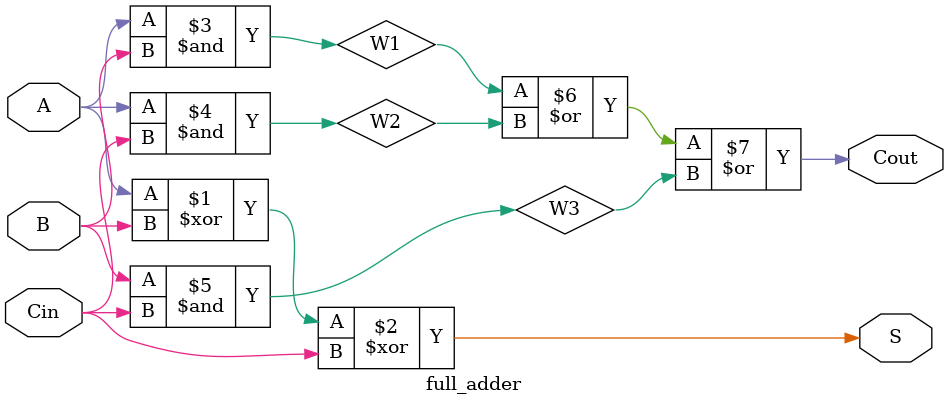
<source format=v>
module full_adder(S, Cout, A, B, Cin);
    input A, B, Cin;
    output S, Cout;
    wire W1, W2, W3;

    xor gate_1(S, A, B, Cin);
    and and_1(W1, A, B);
    and and_2(W2, A, Cin);
    and and_3(W3, B, Cin);
    or gate_2(Cout, W1, W2, W3);
endmodule
</source>
